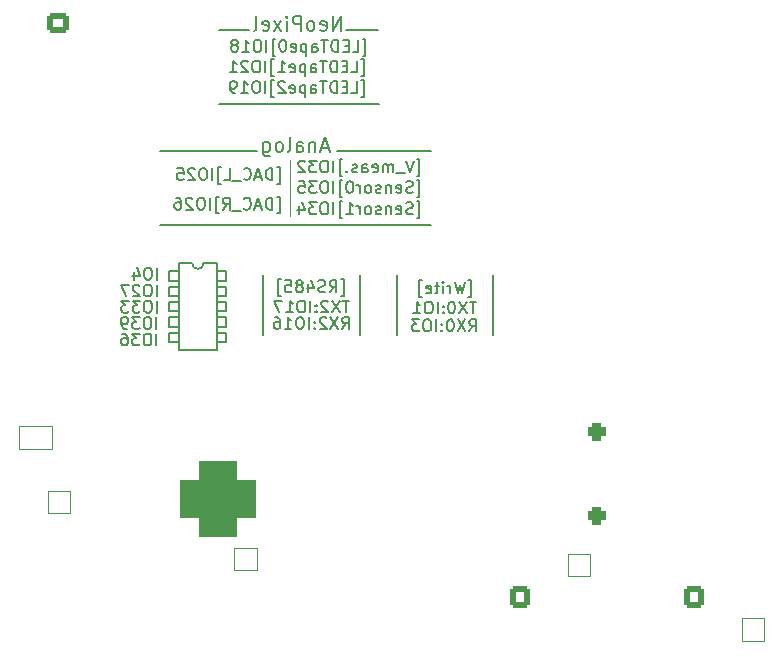
<source format=gbr>
%TF.GenerationSoftware,KiCad,Pcbnew,(6.0.11)*%
%TF.CreationDate,2024-02-29T08:20:34+09:00*%
%TF.ProjectId,Pole,506f6c65-2e6b-4696-9361-645f70636258,rev?*%
%TF.SameCoordinates,Original*%
%TF.FileFunction,Legend,Bot*%
%TF.FilePolarity,Positive*%
%FSLAX46Y46*%
G04 Gerber Fmt 4.6, Leading zero omitted, Abs format (unit mm)*
G04 Created by KiCad (PCBNEW (6.0.11)) date 2024-02-29 08:20:34*
%MOMM*%
%LPD*%
G01*
G04 APERTURE LIST*
G04 Aperture macros list*
%AMRoundRect*
0 Rectangle with rounded corners*
0 $1 Rounding radius*
0 $2 $3 $4 $5 $6 $7 $8 $9 X,Y pos of 4 corners*
0 Add a 4 corners polygon primitive as box body*
4,1,4,$2,$3,$4,$5,$6,$7,$8,$9,$2,$3,0*
0 Add four circle primitives for the rounded corners*
1,1,$1+$1,$2,$3*
1,1,$1+$1,$4,$5*
1,1,$1+$1,$6,$7*
1,1,$1+$1,$8,$9*
0 Add four rect primitives between the rounded corners*
20,1,$1+$1,$2,$3,$4,$5,0*
20,1,$1+$1,$4,$5,$6,$7,0*
20,1,$1+$1,$6,$7,$8,$9,0*
20,1,$1+$1,$8,$9,$2,$3,0*%
%AMFreePoly0*
4,1,6,1.000000,0.000000,0.500000,-0.750000,-0.500000,-0.750000,-0.500000,0.750000,0.500000,0.750000,1.000000,0.000000,1.000000,0.000000,$1*%
%AMFreePoly1*
4,1,6,0.500000,-0.750000,-0.650000,-0.750000,-0.150000,0.000000,-0.650000,0.750000,0.500000,0.750000,0.500000,-0.750000,0.500000,-0.750000,$1*%
G04 Aperture macros list end*
%ADD10C,0.150000*%
%ADD11C,0.080000*%
%ADD12C,0.130000*%
%ADD13C,0.120000*%
%ADD14C,1.700000*%
%ADD15RoundRect,0.425000X0.425000X0.425000X-0.425000X0.425000X-0.425000X-0.425000X0.425000X-0.425000X0*%
%ADD16RoundRect,0.250000X0.600000X0.675000X-0.600000X0.675000X-0.600000X-0.675000X0.600000X-0.675000X0*%
%ADD17O,1.700000X1.850000*%
%ADD18C,1.000000*%
%ADD19R,1.900000X1.900000*%
%ADD20C,1.900000*%
%ADD21C,0.650000*%
%ADD22O,2.100000X1.000000*%
%ADD23O,1.800000X1.000000*%
%ADD24C,2.000000*%
%ADD25RoundRect,0.381000X-0.381000X0.381000X-0.381000X-0.381000X0.381000X-0.381000X0.381000X0.381000X0*%
%ADD26C,1.524000*%
%ADD27RoundRect,0.250000X-0.675000X0.600000X-0.675000X-0.600000X0.675000X-0.600000X0.675000X0.600000X0*%
%ADD28O,1.850000X1.700000*%
%ADD29R,1.600000X1.600000*%
%ADD30C,1.600000*%
%ADD31C,1.400000*%
%ADD32R,3.500000X3.500000*%
%ADD33C,3.500000*%
%ADD34C,3.000000*%
%ADD35O,1.600000X1.600000*%
%ADD36O,3.500000X3.500000*%
%ADD37R,1.905000X2.000000*%
%ADD38O,1.905000X2.000000*%
%ADD39RoundRect,0.250000X-0.600000X-0.675000X0.600000X-0.675000X0.600000X0.675000X-0.600000X0.675000X0*%
%ADD40R,1.700000X1.700000*%
%ADD41O,1.700000X1.700000*%
%ADD42RoundRect,1.625000X1.625000X1.625000X-1.625000X1.625000X-1.625000X-1.625000X1.625000X-1.625000X0*%
%ADD43R,1.500000X1.500000*%
%ADD44FreePoly0,0.000000*%
%ADD45FreePoly1,0.000000*%
G04 APERTURE END LIST*
D10*
X168750000Y-101350000D02*
X168750000Y-96250000D01*
X142125000Y-102625000D02*
X142125000Y-95225000D01*
X146125000Y-101125000D02*
X145325000Y-101125000D01*
X145325000Y-101125000D02*
X145325000Y-101925000D01*
X145325000Y-101925000D02*
X146125000Y-101925000D01*
X146125000Y-101925000D02*
X146125000Y-101125000D01*
X157450000Y-101350000D02*
X157450000Y-96250000D01*
X145325000Y-102625000D02*
X145325000Y-95225000D01*
X148026787Y-75500000D02*
X145526787Y-75500000D01*
X142125000Y-95225000D02*
X143225000Y-95225000D01*
D11*
X151500000Y-91250000D02*
X151500000Y-86500000D01*
D10*
X146125000Y-99825000D02*
X145325000Y-99825000D01*
X145325000Y-99825000D02*
X145325000Y-100625000D01*
X145325000Y-100625000D02*
X146125000Y-100625000D01*
X146125000Y-100625000D02*
X146125000Y-99825000D01*
X145526787Y-81750000D02*
X159026787Y-81733269D01*
X163500000Y-85750000D02*
X155500000Y-85750000D01*
X142125000Y-99825000D02*
X141325000Y-99825000D01*
X141325000Y-99825000D02*
X141325000Y-100625000D01*
X141325000Y-100625000D02*
X142125000Y-100625000D01*
X142125000Y-100625000D02*
X142125000Y-99825000D01*
X146125000Y-97225000D02*
X145325000Y-97225000D01*
X145325000Y-97225000D02*
X145325000Y-98025000D01*
X145325000Y-98025000D02*
X146125000Y-98025000D01*
X146125000Y-98025000D02*
X146125000Y-97225000D01*
X143225000Y-95225000D02*
G75*
G03*
X144225000Y-95225000I500000J0D01*
G01*
X144225000Y-95225000D02*
X145325000Y-95225000D01*
X142125000Y-95925000D02*
X141325000Y-95925000D01*
X141325000Y-95925000D02*
X141325000Y-96725000D01*
X141325000Y-96725000D02*
X142125000Y-96725000D01*
X142125000Y-96725000D02*
X142125000Y-95925000D01*
X148750000Y-85750000D02*
X140500000Y-85750000D01*
X142125000Y-97225000D02*
X141325000Y-97225000D01*
X141325000Y-97225000D02*
X141325000Y-98025000D01*
X141325000Y-98025000D02*
X142125000Y-98025000D01*
X142125000Y-98025000D02*
X142125000Y-97225000D01*
X149250000Y-101350000D02*
X149250000Y-96250000D01*
X142125000Y-101125000D02*
X141325000Y-101125000D01*
X141325000Y-101125000D02*
X141325000Y-101925000D01*
X141325000Y-101925000D02*
X142125000Y-101925000D01*
X142125000Y-101925000D02*
X142125000Y-101125000D01*
X159000000Y-75500000D02*
X156276787Y-75500000D01*
X146125000Y-98525000D02*
X145325000Y-98525000D01*
X145325000Y-98525000D02*
X145325000Y-99325000D01*
X145325000Y-99325000D02*
X146125000Y-99325000D01*
X146125000Y-99325000D02*
X146125000Y-98525000D01*
X140500000Y-92000000D02*
X163500000Y-92000000D01*
X160550000Y-101350000D02*
X160550000Y-96250000D01*
X142125000Y-98525000D02*
X141325000Y-98525000D01*
X141325000Y-98525000D02*
X141325000Y-99325000D01*
X141325000Y-99325000D02*
X142125000Y-99325000D01*
X142125000Y-99325000D02*
X142125000Y-98525000D01*
X142125000Y-102625000D02*
X145325000Y-102625000D01*
X146125000Y-95925000D02*
X145325000Y-95925000D01*
X145325000Y-95925000D02*
X145325000Y-96725000D01*
X145325000Y-96725000D02*
X146125000Y-96725000D01*
X146125000Y-96725000D02*
X146125000Y-95925000D01*
D12*
X155945238Y-100802380D02*
X156278571Y-100326190D01*
X156516666Y-100802380D02*
X156516666Y-99802380D01*
X156135714Y-99802380D01*
X156040476Y-99850000D01*
X155992857Y-99897619D01*
X155945238Y-99992857D01*
X155945238Y-100135714D01*
X155992857Y-100230952D01*
X156040476Y-100278571D01*
X156135714Y-100326190D01*
X156516666Y-100326190D01*
X155611904Y-99802380D02*
X154945238Y-100802380D01*
X154945238Y-99802380D02*
X155611904Y-100802380D01*
X154611904Y-99897619D02*
X154564285Y-99850000D01*
X154469047Y-99802380D01*
X154230952Y-99802380D01*
X154135714Y-99850000D01*
X154088095Y-99897619D01*
X154040476Y-99992857D01*
X154040476Y-100088095D01*
X154088095Y-100230952D01*
X154659523Y-100802380D01*
X154040476Y-100802380D01*
X153611904Y-100707142D02*
X153564285Y-100754761D01*
X153611904Y-100802380D01*
X153659523Y-100754761D01*
X153611904Y-100707142D01*
X153611904Y-100802380D01*
X153611904Y-100183333D02*
X153564285Y-100230952D01*
X153611904Y-100278571D01*
X153659523Y-100230952D01*
X153611904Y-100183333D01*
X153611904Y-100278571D01*
X153135714Y-100802380D02*
X153135714Y-99802380D01*
X152469047Y-99802380D02*
X152278571Y-99802380D01*
X152183333Y-99850000D01*
X152088095Y-99945238D01*
X152040476Y-100135714D01*
X152040476Y-100469047D01*
X152088095Y-100659523D01*
X152183333Y-100754761D01*
X152278571Y-100802380D01*
X152469047Y-100802380D01*
X152564285Y-100754761D01*
X152659523Y-100659523D01*
X152707142Y-100469047D01*
X152707142Y-100135714D01*
X152659523Y-99945238D01*
X152564285Y-99850000D01*
X152469047Y-99802380D01*
X151088095Y-100802380D02*
X151659523Y-100802380D01*
X151373809Y-100802380D02*
X151373809Y-99802380D01*
X151469047Y-99945238D01*
X151564285Y-100040476D01*
X151659523Y-100088095D01*
X150230952Y-99802380D02*
X150421428Y-99802380D01*
X150516666Y-99850000D01*
X150564285Y-99897619D01*
X150659523Y-100040476D01*
X150707142Y-100230952D01*
X150707142Y-100611904D01*
X150659523Y-100707142D01*
X150611904Y-100754761D01*
X150516666Y-100802380D01*
X150326190Y-100802380D01*
X150230952Y-100754761D01*
X150183333Y-100707142D01*
X150135714Y-100611904D01*
X150135714Y-100373809D01*
X150183333Y-100278571D01*
X150230952Y-100230952D01*
X150326190Y-100183333D01*
X150516666Y-100183333D01*
X150611904Y-100230952D01*
X150659523Y-100278571D01*
X150707142Y-100373809D01*
X150416666Y-91035714D02*
X150654761Y-91035714D01*
X150654761Y-89607142D01*
X150416666Y-89607142D01*
X150035714Y-90702380D02*
X150035714Y-89702380D01*
X149797619Y-89702380D01*
X149654761Y-89750000D01*
X149559523Y-89845238D01*
X149511904Y-89940476D01*
X149464285Y-90130952D01*
X149464285Y-90273809D01*
X149511904Y-90464285D01*
X149559523Y-90559523D01*
X149654761Y-90654761D01*
X149797619Y-90702380D01*
X150035714Y-90702380D01*
X149083333Y-90416666D02*
X148607142Y-90416666D01*
X149178571Y-90702380D02*
X148845238Y-89702380D01*
X148511904Y-90702380D01*
X147607142Y-90607142D02*
X147654761Y-90654761D01*
X147797619Y-90702380D01*
X147892857Y-90702380D01*
X148035714Y-90654761D01*
X148130952Y-90559523D01*
X148178571Y-90464285D01*
X148226190Y-90273809D01*
X148226190Y-90130952D01*
X148178571Y-89940476D01*
X148130952Y-89845238D01*
X148035714Y-89750000D01*
X147892857Y-89702380D01*
X147797619Y-89702380D01*
X147654761Y-89750000D01*
X147607142Y-89797619D01*
X147416666Y-90797619D02*
X146654761Y-90797619D01*
X145845238Y-90702380D02*
X146178571Y-90226190D01*
X146416666Y-90702380D02*
X146416666Y-89702380D01*
X146035714Y-89702380D01*
X145940476Y-89750000D01*
X145892857Y-89797619D01*
X145845238Y-89892857D01*
X145845238Y-90035714D01*
X145892857Y-90130952D01*
X145940476Y-90178571D01*
X146035714Y-90226190D01*
X146416666Y-90226190D01*
X145511904Y-91035714D02*
X145273809Y-91035714D01*
X145273809Y-89607142D01*
X145511904Y-89607142D01*
X144750000Y-90702380D02*
X144750000Y-89702380D01*
X144083333Y-89702380D02*
X143892857Y-89702380D01*
X143797619Y-89750000D01*
X143702380Y-89845238D01*
X143654761Y-90035714D01*
X143654761Y-90369047D01*
X143702380Y-90559523D01*
X143797619Y-90654761D01*
X143892857Y-90702380D01*
X144083333Y-90702380D01*
X144178571Y-90654761D01*
X144273809Y-90559523D01*
X144321428Y-90369047D01*
X144321428Y-90035714D01*
X144273809Y-89845238D01*
X144178571Y-89750000D01*
X144083333Y-89702380D01*
X143273809Y-89797619D02*
X143226190Y-89750000D01*
X143130952Y-89702380D01*
X142892857Y-89702380D01*
X142797619Y-89750000D01*
X142750000Y-89797619D01*
X142702380Y-89892857D01*
X142702380Y-89988095D01*
X142750000Y-90130952D01*
X143321428Y-90702380D01*
X142702380Y-90702380D01*
X141845238Y-89702380D02*
X142035714Y-89702380D01*
X142130952Y-89750000D01*
X142178571Y-89797619D01*
X142273809Y-89940476D01*
X142321428Y-90130952D01*
X142321428Y-90511904D01*
X142273809Y-90607142D01*
X142226190Y-90654761D01*
X142130952Y-90702380D01*
X141940476Y-90702380D01*
X141845238Y-90654761D01*
X141797619Y-90607142D01*
X141750000Y-90511904D01*
X141750000Y-90273809D01*
X141797619Y-90178571D01*
X141845238Y-90130952D01*
X141940476Y-90083333D01*
X142130952Y-90083333D01*
X142226190Y-90130952D01*
X142273809Y-90178571D01*
X142321428Y-90273809D01*
X157681548Y-77668983D02*
X157919644Y-77668983D01*
X157919644Y-76240411D01*
X157681548Y-76240411D01*
X156824406Y-77335649D02*
X157300596Y-77335649D01*
X157300596Y-76335649D01*
X156491072Y-76811840D02*
X156157739Y-76811840D01*
X156014882Y-77335649D02*
X156491072Y-77335649D01*
X156491072Y-76335649D01*
X156014882Y-76335649D01*
X155586310Y-77335649D02*
X155586310Y-76335649D01*
X155348215Y-76335649D01*
X155205358Y-76383269D01*
X155110120Y-76478507D01*
X155062501Y-76573745D01*
X155014882Y-76764221D01*
X155014882Y-76907078D01*
X155062501Y-77097554D01*
X155110120Y-77192792D01*
X155205358Y-77288030D01*
X155348215Y-77335649D01*
X155586310Y-77335649D01*
X154729167Y-76335649D02*
X154157739Y-76335649D01*
X154443453Y-77335649D02*
X154443453Y-76335649D01*
X153395834Y-77335649D02*
X153395834Y-76811840D01*
X153443453Y-76716602D01*
X153538691Y-76668983D01*
X153729167Y-76668983D01*
X153824406Y-76716602D01*
X153395834Y-77288030D02*
X153491072Y-77335649D01*
X153729167Y-77335649D01*
X153824406Y-77288030D01*
X153872025Y-77192792D01*
X153872025Y-77097554D01*
X153824406Y-77002316D01*
X153729167Y-76954697D01*
X153491072Y-76954697D01*
X153395834Y-76907078D01*
X152919644Y-76668983D02*
X152919644Y-77668983D01*
X152919644Y-76716602D02*
X152824406Y-76668983D01*
X152633929Y-76668983D01*
X152538691Y-76716602D01*
X152491072Y-76764221D01*
X152443453Y-76859459D01*
X152443453Y-77145173D01*
X152491072Y-77240411D01*
X152538691Y-77288030D01*
X152633929Y-77335649D01*
X152824406Y-77335649D01*
X152919644Y-77288030D01*
X151633929Y-77288030D02*
X151729167Y-77335649D01*
X151919644Y-77335649D01*
X152014882Y-77288030D01*
X152062501Y-77192792D01*
X152062501Y-76811840D01*
X152014882Y-76716602D01*
X151919644Y-76668983D01*
X151729167Y-76668983D01*
X151633929Y-76716602D01*
X151586310Y-76811840D01*
X151586310Y-76907078D01*
X152062501Y-77002316D01*
X150967263Y-76335649D02*
X150872025Y-76335649D01*
X150776787Y-76383269D01*
X150729167Y-76430888D01*
X150681548Y-76526126D01*
X150633929Y-76716602D01*
X150633929Y-76954697D01*
X150681548Y-77145173D01*
X150729167Y-77240411D01*
X150776787Y-77288030D01*
X150872025Y-77335649D01*
X150967263Y-77335649D01*
X151062501Y-77288030D01*
X151110120Y-77240411D01*
X151157739Y-77145173D01*
X151205358Y-76954697D01*
X151205358Y-76716602D01*
X151157739Y-76526126D01*
X151110120Y-76430888D01*
X151062501Y-76383269D01*
X150967263Y-76335649D01*
X150300596Y-77668983D02*
X150062501Y-77668983D01*
X150062501Y-76240411D01*
X150300596Y-76240411D01*
X149538691Y-77335649D02*
X149538691Y-76335649D01*
X148872025Y-76335649D02*
X148681548Y-76335649D01*
X148586310Y-76383269D01*
X148491072Y-76478507D01*
X148443453Y-76668983D01*
X148443453Y-77002316D01*
X148491072Y-77192792D01*
X148586310Y-77288030D01*
X148681548Y-77335649D01*
X148872025Y-77335649D01*
X148967263Y-77288030D01*
X149062501Y-77192792D01*
X149110120Y-77002316D01*
X149110120Y-76668983D01*
X149062501Y-76478507D01*
X148967263Y-76383269D01*
X148872025Y-76335649D01*
X147491072Y-77335649D02*
X148062501Y-77335649D01*
X147776787Y-77335649D02*
X147776787Y-76335649D01*
X147872025Y-76478507D01*
X147967263Y-76573745D01*
X148062501Y-76621364D01*
X146919644Y-76764221D02*
X147014882Y-76716602D01*
X147062501Y-76668983D01*
X147110120Y-76573745D01*
X147110120Y-76526126D01*
X147062501Y-76430888D01*
X147014882Y-76383269D01*
X146919644Y-76335649D01*
X146729167Y-76335649D01*
X146633929Y-76383269D01*
X146586310Y-76430888D01*
X146538691Y-76526126D01*
X146538691Y-76573745D01*
X146586310Y-76668983D01*
X146633929Y-76716602D01*
X146729167Y-76764221D01*
X146919644Y-76764221D01*
X147014882Y-76811840D01*
X147062501Y-76859459D01*
X147110120Y-76954697D01*
X147110120Y-77145173D01*
X147062501Y-77240411D01*
X147014882Y-77288030D01*
X146919644Y-77335649D01*
X146729167Y-77335649D01*
X146633929Y-77288030D01*
X146586310Y-77240411D01*
X146538691Y-77145173D01*
X146538691Y-76954697D01*
X146586310Y-76859459D01*
X146633929Y-76811840D01*
X146729167Y-76764221D01*
X140226190Y-102202380D02*
X140226190Y-101202380D01*
X139559523Y-101202380D02*
X139369047Y-101202380D01*
X139273809Y-101250000D01*
X139178571Y-101345238D01*
X139130952Y-101535714D01*
X139130952Y-101869047D01*
X139178571Y-102059523D01*
X139273809Y-102154761D01*
X139369047Y-102202380D01*
X139559523Y-102202380D01*
X139654761Y-102154761D01*
X139750000Y-102059523D01*
X139797619Y-101869047D01*
X139797619Y-101535714D01*
X139750000Y-101345238D01*
X139654761Y-101250000D01*
X139559523Y-101202380D01*
X138797619Y-101202380D02*
X138178571Y-101202380D01*
X138511904Y-101583333D01*
X138369047Y-101583333D01*
X138273809Y-101630952D01*
X138226190Y-101678571D01*
X138178571Y-101773809D01*
X138178571Y-102011904D01*
X138226190Y-102107142D01*
X138273809Y-102154761D01*
X138369047Y-102202380D01*
X138654761Y-102202380D01*
X138750000Y-102154761D01*
X138797619Y-102107142D01*
X137321428Y-101202380D02*
X137511904Y-101202380D01*
X137607142Y-101250000D01*
X137654761Y-101297619D01*
X137750000Y-101440476D01*
X137797619Y-101630952D01*
X137797619Y-102011904D01*
X137750000Y-102107142D01*
X137702380Y-102154761D01*
X137607142Y-102202380D01*
X137416666Y-102202380D01*
X137321428Y-102154761D01*
X137273809Y-102107142D01*
X137226190Y-102011904D01*
X137226190Y-101773809D01*
X137273809Y-101678571D01*
X137321428Y-101630952D01*
X137416666Y-101583333D01*
X137607142Y-101583333D01*
X137702380Y-101630952D01*
X137750000Y-101678571D01*
X137797619Y-101773809D01*
X140251190Y-99427380D02*
X140251190Y-98427380D01*
X139584523Y-98427380D02*
X139394047Y-98427380D01*
X139298809Y-98475000D01*
X139203571Y-98570238D01*
X139155952Y-98760714D01*
X139155952Y-99094047D01*
X139203571Y-99284523D01*
X139298809Y-99379761D01*
X139394047Y-99427380D01*
X139584523Y-99427380D01*
X139679761Y-99379761D01*
X139775000Y-99284523D01*
X139822619Y-99094047D01*
X139822619Y-98760714D01*
X139775000Y-98570238D01*
X139679761Y-98475000D01*
X139584523Y-98427380D01*
X138822619Y-98427380D02*
X138203571Y-98427380D01*
X138536904Y-98808333D01*
X138394047Y-98808333D01*
X138298809Y-98855952D01*
X138251190Y-98903571D01*
X138203571Y-98998809D01*
X138203571Y-99236904D01*
X138251190Y-99332142D01*
X138298809Y-99379761D01*
X138394047Y-99427380D01*
X138679761Y-99427380D01*
X138775000Y-99379761D01*
X138822619Y-99332142D01*
X137870238Y-98427380D02*
X137251190Y-98427380D01*
X137584523Y-98808333D01*
X137441666Y-98808333D01*
X137346428Y-98855952D01*
X137298809Y-98903571D01*
X137251190Y-98998809D01*
X137251190Y-99236904D01*
X137298809Y-99332142D01*
X137346428Y-99379761D01*
X137441666Y-99427380D01*
X137727380Y-99427380D01*
X137822619Y-99379761D01*
X137870238Y-99332142D01*
X140226190Y-100802380D02*
X140226190Y-99802380D01*
X139559523Y-99802380D02*
X139369047Y-99802380D01*
X139273809Y-99850000D01*
X139178571Y-99945238D01*
X139130952Y-100135714D01*
X139130952Y-100469047D01*
X139178571Y-100659523D01*
X139273809Y-100754761D01*
X139369047Y-100802380D01*
X139559523Y-100802380D01*
X139654761Y-100754761D01*
X139750000Y-100659523D01*
X139797619Y-100469047D01*
X139797619Y-100135714D01*
X139750000Y-99945238D01*
X139654761Y-99850000D01*
X139559523Y-99802380D01*
X138797619Y-99802380D02*
X138178571Y-99802380D01*
X138511904Y-100183333D01*
X138369047Y-100183333D01*
X138273809Y-100230952D01*
X138226190Y-100278571D01*
X138178571Y-100373809D01*
X138178571Y-100611904D01*
X138226190Y-100707142D01*
X138273809Y-100754761D01*
X138369047Y-100802380D01*
X138654761Y-100802380D01*
X138750000Y-100754761D01*
X138797619Y-100707142D01*
X137702380Y-100802380D02*
X137511904Y-100802380D01*
X137416666Y-100754761D01*
X137369047Y-100707142D01*
X137273809Y-100564285D01*
X137226190Y-100373809D01*
X137226190Y-99992857D01*
X137273809Y-99897619D01*
X137321428Y-99850000D01*
X137416666Y-99802380D01*
X137607142Y-99802380D01*
X137702380Y-99850000D01*
X137750000Y-99897619D01*
X137797619Y-99992857D01*
X137797619Y-100230952D01*
X137750000Y-100326190D01*
X137702380Y-100373809D01*
X137607142Y-100421428D01*
X137416666Y-100421428D01*
X137321428Y-100373809D01*
X137273809Y-100326190D01*
X137226190Y-100230952D01*
X162257142Y-89635714D02*
X162495238Y-89635714D01*
X162495238Y-88207142D01*
X162257142Y-88207142D01*
X161923809Y-89254761D02*
X161780952Y-89302380D01*
X161542857Y-89302380D01*
X161447619Y-89254761D01*
X161400000Y-89207142D01*
X161352380Y-89111904D01*
X161352380Y-89016666D01*
X161400000Y-88921428D01*
X161447619Y-88873809D01*
X161542857Y-88826190D01*
X161733333Y-88778571D01*
X161828571Y-88730952D01*
X161876190Y-88683333D01*
X161923809Y-88588095D01*
X161923809Y-88492857D01*
X161876190Y-88397619D01*
X161828571Y-88350000D01*
X161733333Y-88302380D01*
X161495238Y-88302380D01*
X161352380Y-88350000D01*
X160542857Y-89254761D02*
X160638095Y-89302380D01*
X160828571Y-89302380D01*
X160923809Y-89254761D01*
X160971428Y-89159523D01*
X160971428Y-88778571D01*
X160923809Y-88683333D01*
X160828571Y-88635714D01*
X160638095Y-88635714D01*
X160542857Y-88683333D01*
X160495238Y-88778571D01*
X160495238Y-88873809D01*
X160971428Y-88969047D01*
X160066666Y-88635714D02*
X160066666Y-89302380D01*
X160066666Y-88730952D02*
X160019047Y-88683333D01*
X159923809Y-88635714D01*
X159780952Y-88635714D01*
X159685714Y-88683333D01*
X159638095Y-88778571D01*
X159638095Y-89302380D01*
X159209523Y-89254761D02*
X159114285Y-89302380D01*
X158923809Y-89302380D01*
X158828571Y-89254761D01*
X158780952Y-89159523D01*
X158780952Y-89111904D01*
X158828571Y-89016666D01*
X158923809Y-88969047D01*
X159066666Y-88969047D01*
X159161904Y-88921428D01*
X159209523Y-88826190D01*
X159209523Y-88778571D01*
X159161904Y-88683333D01*
X159066666Y-88635714D01*
X158923809Y-88635714D01*
X158828571Y-88683333D01*
X158209523Y-89302380D02*
X158304761Y-89254761D01*
X158352380Y-89207142D01*
X158400000Y-89111904D01*
X158400000Y-88826190D01*
X158352380Y-88730952D01*
X158304761Y-88683333D01*
X158209523Y-88635714D01*
X158066666Y-88635714D01*
X157971428Y-88683333D01*
X157923809Y-88730952D01*
X157876190Y-88826190D01*
X157876190Y-89111904D01*
X157923809Y-89207142D01*
X157971428Y-89254761D01*
X158066666Y-89302380D01*
X158209523Y-89302380D01*
X157447619Y-89302380D02*
X157447619Y-88635714D01*
X157447619Y-88826190D02*
X157400000Y-88730952D01*
X157352380Y-88683333D01*
X157257142Y-88635714D01*
X157161904Y-88635714D01*
X156638095Y-88302380D02*
X156542857Y-88302380D01*
X156447619Y-88350000D01*
X156400000Y-88397619D01*
X156352380Y-88492857D01*
X156304761Y-88683333D01*
X156304761Y-88921428D01*
X156352380Y-89111904D01*
X156400000Y-89207142D01*
X156447619Y-89254761D01*
X156542857Y-89302380D01*
X156638095Y-89302380D01*
X156733333Y-89254761D01*
X156780952Y-89207142D01*
X156828571Y-89111904D01*
X156876190Y-88921428D01*
X156876190Y-88683333D01*
X156828571Y-88492857D01*
X156780952Y-88397619D01*
X156733333Y-88350000D01*
X156638095Y-88302380D01*
X155971428Y-89635714D02*
X155733333Y-89635714D01*
X155733333Y-88207142D01*
X155971428Y-88207142D01*
X155209523Y-89302380D02*
X155209523Y-88302380D01*
X154542857Y-88302380D02*
X154352380Y-88302380D01*
X154257142Y-88350000D01*
X154161904Y-88445238D01*
X154114285Y-88635714D01*
X154114285Y-88969047D01*
X154161904Y-89159523D01*
X154257142Y-89254761D01*
X154352380Y-89302380D01*
X154542857Y-89302380D01*
X154638095Y-89254761D01*
X154733333Y-89159523D01*
X154780952Y-88969047D01*
X154780952Y-88635714D01*
X154733333Y-88445238D01*
X154638095Y-88350000D01*
X154542857Y-88302380D01*
X153780952Y-88302380D02*
X153161904Y-88302380D01*
X153495238Y-88683333D01*
X153352380Y-88683333D01*
X153257142Y-88730952D01*
X153209523Y-88778571D01*
X153161904Y-88873809D01*
X153161904Y-89111904D01*
X153209523Y-89207142D01*
X153257142Y-89254761D01*
X153352380Y-89302380D01*
X153638095Y-89302380D01*
X153733333Y-89254761D01*
X153780952Y-89207142D01*
X152257142Y-88302380D02*
X152733333Y-88302380D01*
X152780952Y-88778571D01*
X152733333Y-88730952D01*
X152638095Y-88683333D01*
X152400000Y-88683333D01*
X152304761Y-88730952D01*
X152257142Y-88778571D01*
X152209523Y-88873809D01*
X152209523Y-89111904D01*
X152257142Y-89207142D01*
X152304761Y-89254761D01*
X152400000Y-89302380D01*
X152638095Y-89302380D01*
X152733333Y-89254761D01*
X152780952Y-89207142D01*
X140275000Y-96627380D02*
X140275000Y-95627380D01*
X139608333Y-95627380D02*
X139417857Y-95627380D01*
X139322619Y-95675000D01*
X139227380Y-95770238D01*
X139179761Y-95960714D01*
X139179761Y-96294047D01*
X139227380Y-96484523D01*
X139322619Y-96579761D01*
X139417857Y-96627380D01*
X139608333Y-96627380D01*
X139703571Y-96579761D01*
X139798809Y-96484523D01*
X139846428Y-96294047D01*
X139846428Y-95960714D01*
X139798809Y-95770238D01*
X139703571Y-95675000D01*
X139608333Y-95627380D01*
X138322619Y-95960714D02*
X138322619Y-96627380D01*
X138560714Y-95579761D02*
X138798809Y-96294047D01*
X138179761Y-96294047D01*
X162257142Y-87885714D02*
X162495238Y-87885714D01*
X162495238Y-86457142D01*
X162257142Y-86457142D01*
X162019047Y-86552380D02*
X161685714Y-87552380D01*
X161352380Y-86552380D01*
X161257142Y-87647619D02*
X160495238Y-87647619D01*
X160257142Y-87552380D02*
X160257142Y-86885714D01*
X160257142Y-86980952D02*
X160209523Y-86933333D01*
X160114285Y-86885714D01*
X159971428Y-86885714D01*
X159876190Y-86933333D01*
X159828571Y-87028571D01*
X159828571Y-87552380D01*
X159828571Y-87028571D02*
X159780952Y-86933333D01*
X159685714Y-86885714D01*
X159542857Y-86885714D01*
X159447619Y-86933333D01*
X159400000Y-87028571D01*
X159400000Y-87552380D01*
X158542857Y-87504761D02*
X158638095Y-87552380D01*
X158828571Y-87552380D01*
X158923809Y-87504761D01*
X158971428Y-87409523D01*
X158971428Y-87028571D01*
X158923809Y-86933333D01*
X158828571Y-86885714D01*
X158638095Y-86885714D01*
X158542857Y-86933333D01*
X158495238Y-87028571D01*
X158495238Y-87123809D01*
X158971428Y-87219047D01*
X157638095Y-87552380D02*
X157638095Y-87028571D01*
X157685714Y-86933333D01*
X157780952Y-86885714D01*
X157971428Y-86885714D01*
X158066666Y-86933333D01*
X157638095Y-87504761D02*
X157733333Y-87552380D01*
X157971428Y-87552380D01*
X158066666Y-87504761D01*
X158114285Y-87409523D01*
X158114285Y-87314285D01*
X158066666Y-87219047D01*
X157971428Y-87171428D01*
X157733333Y-87171428D01*
X157638095Y-87123809D01*
X157209523Y-87504761D02*
X157114285Y-87552380D01*
X156923809Y-87552380D01*
X156828571Y-87504761D01*
X156780952Y-87409523D01*
X156780952Y-87361904D01*
X156828571Y-87266666D01*
X156923809Y-87219047D01*
X157066666Y-87219047D01*
X157161904Y-87171428D01*
X157209523Y-87076190D01*
X157209523Y-87028571D01*
X157161904Y-86933333D01*
X157066666Y-86885714D01*
X156923809Y-86885714D01*
X156828571Y-86933333D01*
X156352380Y-87457142D02*
X156304761Y-87504761D01*
X156352380Y-87552380D01*
X156400000Y-87504761D01*
X156352380Y-87457142D01*
X156352380Y-87552380D01*
X155971428Y-87885714D02*
X155733333Y-87885714D01*
X155733333Y-86457142D01*
X155971428Y-86457142D01*
X155209523Y-87552380D02*
X155209523Y-86552380D01*
X154542857Y-86552380D02*
X154352380Y-86552380D01*
X154257142Y-86600000D01*
X154161904Y-86695238D01*
X154114285Y-86885714D01*
X154114285Y-87219047D01*
X154161904Y-87409523D01*
X154257142Y-87504761D01*
X154352380Y-87552380D01*
X154542857Y-87552380D01*
X154638095Y-87504761D01*
X154733333Y-87409523D01*
X154780952Y-87219047D01*
X154780952Y-86885714D01*
X154733333Y-86695238D01*
X154638095Y-86600000D01*
X154542857Y-86552380D01*
X153780952Y-86552380D02*
X153161904Y-86552380D01*
X153495238Y-86933333D01*
X153352380Y-86933333D01*
X153257142Y-86980952D01*
X153209523Y-87028571D01*
X153161904Y-87123809D01*
X153161904Y-87361904D01*
X153209523Y-87457142D01*
X153257142Y-87504761D01*
X153352380Y-87552380D01*
X153638095Y-87552380D01*
X153733333Y-87504761D01*
X153780952Y-87457142D01*
X152780952Y-86647619D02*
X152733333Y-86600000D01*
X152638095Y-86552380D01*
X152400000Y-86552380D01*
X152304761Y-86600000D01*
X152257142Y-86647619D01*
X152209523Y-86742857D01*
X152209523Y-86838095D01*
X152257142Y-86980952D01*
X152828571Y-87552380D01*
X152209523Y-87552380D01*
X140251190Y-98052380D02*
X140251190Y-97052380D01*
X139584523Y-97052380D02*
X139394047Y-97052380D01*
X139298809Y-97100000D01*
X139203571Y-97195238D01*
X139155952Y-97385714D01*
X139155952Y-97719047D01*
X139203571Y-97909523D01*
X139298809Y-98004761D01*
X139394047Y-98052380D01*
X139584523Y-98052380D01*
X139679761Y-98004761D01*
X139775000Y-97909523D01*
X139822619Y-97719047D01*
X139822619Y-97385714D01*
X139775000Y-97195238D01*
X139679761Y-97100000D01*
X139584523Y-97052380D01*
X138775000Y-97147619D02*
X138727380Y-97100000D01*
X138632142Y-97052380D01*
X138394047Y-97052380D01*
X138298809Y-97100000D01*
X138251190Y-97147619D01*
X138203571Y-97242857D01*
X138203571Y-97338095D01*
X138251190Y-97480952D01*
X138822619Y-98052380D01*
X138203571Y-98052380D01*
X137870238Y-97052380D02*
X137203571Y-97052380D01*
X137632142Y-98052380D01*
X166626190Y-98135714D02*
X166864285Y-98135714D01*
X166864285Y-96707142D01*
X166626190Y-96707142D01*
X166340476Y-96802380D02*
X166102380Y-97802380D01*
X165911904Y-97088095D01*
X165721428Y-97802380D01*
X165483333Y-96802380D01*
X165102380Y-97802380D02*
X165102380Y-97135714D01*
X165102380Y-97326190D02*
X165054761Y-97230952D01*
X165007142Y-97183333D01*
X164911904Y-97135714D01*
X164816666Y-97135714D01*
X164483333Y-97802380D02*
X164483333Y-97135714D01*
X164483333Y-96802380D02*
X164530952Y-96850000D01*
X164483333Y-96897619D01*
X164435714Y-96850000D01*
X164483333Y-96802380D01*
X164483333Y-96897619D01*
X164150000Y-97135714D02*
X163769047Y-97135714D01*
X164007142Y-96802380D02*
X164007142Y-97659523D01*
X163959523Y-97754761D01*
X163864285Y-97802380D01*
X163769047Y-97802380D01*
X163054761Y-97754761D02*
X163150000Y-97802380D01*
X163340476Y-97802380D01*
X163435714Y-97754761D01*
X163483333Y-97659523D01*
X163483333Y-97278571D01*
X163435714Y-97183333D01*
X163340476Y-97135714D01*
X163150000Y-97135714D01*
X163054761Y-97183333D01*
X163007142Y-97278571D01*
X163007142Y-97373809D01*
X163483333Y-97469047D01*
X162673809Y-98135714D02*
X162435714Y-98135714D01*
X162435714Y-96707142D01*
X162673809Y-96707142D01*
X150421428Y-88535714D02*
X150659523Y-88535714D01*
X150659523Y-87107142D01*
X150421428Y-87107142D01*
X150040476Y-88202380D02*
X150040476Y-87202380D01*
X149802380Y-87202380D01*
X149659523Y-87250000D01*
X149564285Y-87345238D01*
X149516666Y-87440476D01*
X149469047Y-87630952D01*
X149469047Y-87773809D01*
X149516666Y-87964285D01*
X149564285Y-88059523D01*
X149659523Y-88154761D01*
X149802380Y-88202380D01*
X150040476Y-88202380D01*
X149088095Y-87916666D02*
X148611904Y-87916666D01*
X149183333Y-88202380D02*
X148850000Y-87202380D01*
X148516666Y-88202380D01*
X147611904Y-88107142D02*
X147659523Y-88154761D01*
X147802380Y-88202380D01*
X147897619Y-88202380D01*
X148040476Y-88154761D01*
X148135714Y-88059523D01*
X148183333Y-87964285D01*
X148230952Y-87773809D01*
X148230952Y-87630952D01*
X148183333Y-87440476D01*
X148135714Y-87345238D01*
X148040476Y-87250000D01*
X147897619Y-87202380D01*
X147802380Y-87202380D01*
X147659523Y-87250000D01*
X147611904Y-87297619D01*
X147421428Y-88297619D02*
X146659523Y-88297619D01*
X145945238Y-88202380D02*
X146421428Y-88202380D01*
X146421428Y-87202380D01*
X145707142Y-88535714D02*
X145469047Y-88535714D01*
X145469047Y-87107142D01*
X145707142Y-87107142D01*
X144945238Y-88202380D02*
X144945238Y-87202380D01*
X144278571Y-87202380D02*
X144088095Y-87202380D01*
X143992857Y-87250000D01*
X143897619Y-87345238D01*
X143850000Y-87535714D01*
X143850000Y-87869047D01*
X143897619Y-88059523D01*
X143992857Y-88154761D01*
X144088095Y-88202380D01*
X144278571Y-88202380D01*
X144373809Y-88154761D01*
X144469047Y-88059523D01*
X144516666Y-87869047D01*
X144516666Y-87535714D01*
X144469047Y-87345238D01*
X144373809Y-87250000D01*
X144278571Y-87202380D01*
X143469047Y-87297619D02*
X143421428Y-87250000D01*
X143326190Y-87202380D01*
X143088095Y-87202380D01*
X142992857Y-87250000D01*
X142945238Y-87297619D01*
X142897619Y-87392857D01*
X142897619Y-87488095D01*
X142945238Y-87630952D01*
X143516666Y-88202380D01*
X142897619Y-88202380D01*
X141992857Y-87202380D02*
X142469047Y-87202380D01*
X142516666Y-87678571D01*
X142469047Y-87630952D01*
X142373809Y-87583333D01*
X142135714Y-87583333D01*
X142040476Y-87630952D01*
X141992857Y-87678571D01*
X141945238Y-87773809D01*
X141945238Y-88011904D01*
X141992857Y-88107142D01*
X142040476Y-88154761D01*
X142135714Y-88202380D01*
X142373809Y-88202380D01*
X142469047Y-88154761D01*
X142516666Y-88107142D01*
X166719047Y-101002380D02*
X167052380Y-100526190D01*
X167290476Y-101002380D02*
X167290476Y-100002380D01*
X166909523Y-100002380D01*
X166814285Y-100050000D01*
X166766666Y-100097619D01*
X166719047Y-100192857D01*
X166719047Y-100335714D01*
X166766666Y-100430952D01*
X166814285Y-100478571D01*
X166909523Y-100526190D01*
X167290476Y-100526190D01*
X166385714Y-100002380D02*
X165719047Y-101002380D01*
X165719047Y-100002380D02*
X166385714Y-101002380D01*
X165147619Y-100002380D02*
X165052380Y-100002380D01*
X164957142Y-100050000D01*
X164909523Y-100097619D01*
X164861904Y-100192857D01*
X164814285Y-100383333D01*
X164814285Y-100621428D01*
X164861904Y-100811904D01*
X164909523Y-100907142D01*
X164957142Y-100954761D01*
X165052380Y-101002380D01*
X165147619Y-101002380D01*
X165242857Y-100954761D01*
X165290476Y-100907142D01*
X165338095Y-100811904D01*
X165385714Y-100621428D01*
X165385714Y-100383333D01*
X165338095Y-100192857D01*
X165290476Y-100097619D01*
X165242857Y-100050000D01*
X165147619Y-100002380D01*
X164385714Y-100907142D02*
X164338095Y-100954761D01*
X164385714Y-101002380D01*
X164433333Y-100954761D01*
X164385714Y-100907142D01*
X164385714Y-101002380D01*
X164385714Y-100383333D02*
X164338095Y-100430952D01*
X164385714Y-100478571D01*
X164433333Y-100430952D01*
X164385714Y-100383333D01*
X164385714Y-100478571D01*
X163909523Y-101002380D02*
X163909523Y-100002380D01*
X163242857Y-100002380D02*
X163052380Y-100002380D01*
X162957142Y-100050000D01*
X162861904Y-100145238D01*
X162814285Y-100335714D01*
X162814285Y-100669047D01*
X162861904Y-100859523D01*
X162957142Y-100954761D01*
X163052380Y-101002380D01*
X163242857Y-101002380D01*
X163338095Y-100954761D01*
X163433333Y-100859523D01*
X163480952Y-100669047D01*
X163480952Y-100335714D01*
X163433333Y-100145238D01*
X163338095Y-100050000D01*
X163242857Y-100002380D01*
X162480952Y-100002380D02*
X161861904Y-100002380D01*
X162195238Y-100383333D01*
X162052380Y-100383333D01*
X161957142Y-100430952D01*
X161909523Y-100478571D01*
X161861904Y-100573809D01*
X161861904Y-100811904D01*
X161909523Y-100907142D01*
X161957142Y-100954761D01*
X162052380Y-101002380D01*
X162338095Y-101002380D01*
X162433333Y-100954761D01*
X162480952Y-100907142D01*
D10*
X155823214Y-75542857D02*
X155823214Y-74342857D01*
X155137499Y-75542857D01*
X155137499Y-74342857D01*
X154108928Y-75485714D02*
X154223214Y-75542857D01*
X154451785Y-75542857D01*
X154566071Y-75485714D01*
X154623214Y-75371428D01*
X154623214Y-74914285D01*
X154566071Y-74800000D01*
X154451785Y-74742857D01*
X154223214Y-74742857D01*
X154108928Y-74800000D01*
X154051785Y-74914285D01*
X154051785Y-75028571D01*
X154623214Y-75142857D01*
X153366071Y-75542857D02*
X153480356Y-75485714D01*
X153537499Y-75428571D01*
X153594642Y-75314285D01*
X153594642Y-74971428D01*
X153537499Y-74857142D01*
X153480356Y-74800000D01*
X153366071Y-74742857D01*
X153194642Y-74742857D01*
X153080356Y-74800000D01*
X153023214Y-74857142D01*
X152966071Y-74971428D01*
X152966071Y-75314285D01*
X153023214Y-75428571D01*
X153080356Y-75485714D01*
X153194642Y-75542857D01*
X153366071Y-75542857D01*
X152451785Y-75542857D02*
X152451785Y-74342857D01*
X151994642Y-74342857D01*
X151880356Y-74400000D01*
X151823214Y-74457142D01*
X151766071Y-74571428D01*
X151766071Y-74742857D01*
X151823214Y-74857142D01*
X151880356Y-74914285D01*
X151994642Y-74971428D01*
X152451785Y-74971428D01*
X151251785Y-75542857D02*
X151251785Y-74742857D01*
X151251785Y-74342857D02*
X151308928Y-74400000D01*
X151251785Y-74457142D01*
X151194642Y-74400000D01*
X151251785Y-74342857D01*
X151251785Y-74457142D01*
X150794642Y-75542857D02*
X150166071Y-74742857D01*
X150794642Y-74742857D02*
X150166071Y-75542857D01*
X149251785Y-75485714D02*
X149366071Y-75542857D01*
X149594642Y-75542857D01*
X149708928Y-75485714D01*
X149766071Y-75371428D01*
X149766071Y-74914285D01*
X149708928Y-74800000D01*
X149594642Y-74742857D01*
X149366071Y-74742857D01*
X149251785Y-74800000D01*
X149194642Y-74914285D01*
X149194642Y-75028571D01*
X149766071Y-75142857D01*
X148508928Y-75542857D02*
X148623214Y-75485714D01*
X148680356Y-75371428D01*
X148680356Y-74342857D01*
D12*
X162257142Y-91435714D02*
X162495238Y-91435714D01*
X162495238Y-90007142D01*
X162257142Y-90007142D01*
X161923809Y-91054761D02*
X161780952Y-91102380D01*
X161542857Y-91102380D01*
X161447619Y-91054761D01*
X161400000Y-91007142D01*
X161352380Y-90911904D01*
X161352380Y-90816666D01*
X161400000Y-90721428D01*
X161447619Y-90673809D01*
X161542857Y-90626190D01*
X161733333Y-90578571D01*
X161828571Y-90530952D01*
X161876190Y-90483333D01*
X161923809Y-90388095D01*
X161923809Y-90292857D01*
X161876190Y-90197619D01*
X161828571Y-90150000D01*
X161733333Y-90102380D01*
X161495238Y-90102380D01*
X161352380Y-90150000D01*
X160542857Y-91054761D02*
X160638095Y-91102380D01*
X160828571Y-91102380D01*
X160923809Y-91054761D01*
X160971428Y-90959523D01*
X160971428Y-90578571D01*
X160923809Y-90483333D01*
X160828571Y-90435714D01*
X160638095Y-90435714D01*
X160542857Y-90483333D01*
X160495238Y-90578571D01*
X160495238Y-90673809D01*
X160971428Y-90769047D01*
X160066666Y-90435714D02*
X160066666Y-91102380D01*
X160066666Y-90530952D02*
X160019047Y-90483333D01*
X159923809Y-90435714D01*
X159780952Y-90435714D01*
X159685714Y-90483333D01*
X159638095Y-90578571D01*
X159638095Y-91102380D01*
X159209523Y-91054761D02*
X159114285Y-91102380D01*
X158923809Y-91102380D01*
X158828571Y-91054761D01*
X158780952Y-90959523D01*
X158780952Y-90911904D01*
X158828571Y-90816666D01*
X158923809Y-90769047D01*
X159066666Y-90769047D01*
X159161904Y-90721428D01*
X159209523Y-90626190D01*
X159209523Y-90578571D01*
X159161904Y-90483333D01*
X159066666Y-90435714D01*
X158923809Y-90435714D01*
X158828571Y-90483333D01*
X158209523Y-91102380D02*
X158304761Y-91054761D01*
X158352380Y-91007142D01*
X158400000Y-90911904D01*
X158400000Y-90626190D01*
X158352380Y-90530952D01*
X158304761Y-90483333D01*
X158209523Y-90435714D01*
X158066666Y-90435714D01*
X157971428Y-90483333D01*
X157923809Y-90530952D01*
X157876190Y-90626190D01*
X157876190Y-90911904D01*
X157923809Y-91007142D01*
X157971428Y-91054761D01*
X158066666Y-91102380D01*
X158209523Y-91102380D01*
X157447619Y-91102380D02*
X157447619Y-90435714D01*
X157447619Y-90626190D02*
X157400000Y-90530952D01*
X157352380Y-90483333D01*
X157257142Y-90435714D01*
X157161904Y-90435714D01*
X156304761Y-91102380D02*
X156876190Y-91102380D01*
X156590476Y-91102380D02*
X156590476Y-90102380D01*
X156685714Y-90245238D01*
X156780952Y-90340476D01*
X156876190Y-90388095D01*
X155971428Y-91435714D02*
X155733333Y-91435714D01*
X155733333Y-90007142D01*
X155971428Y-90007142D01*
X155209523Y-91102380D02*
X155209523Y-90102380D01*
X154542857Y-90102380D02*
X154352380Y-90102380D01*
X154257142Y-90150000D01*
X154161904Y-90245238D01*
X154114285Y-90435714D01*
X154114285Y-90769047D01*
X154161904Y-90959523D01*
X154257142Y-91054761D01*
X154352380Y-91102380D01*
X154542857Y-91102380D01*
X154638095Y-91054761D01*
X154733333Y-90959523D01*
X154780952Y-90769047D01*
X154780952Y-90435714D01*
X154733333Y-90245238D01*
X154638095Y-90150000D01*
X154542857Y-90102380D01*
X153780952Y-90102380D02*
X153161904Y-90102380D01*
X153495238Y-90483333D01*
X153352380Y-90483333D01*
X153257142Y-90530952D01*
X153209523Y-90578571D01*
X153161904Y-90673809D01*
X153161904Y-90911904D01*
X153209523Y-91007142D01*
X153257142Y-91054761D01*
X153352380Y-91102380D01*
X153638095Y-91102380D01*
X153733333Y-91054761D01*
X153780952Y-91007142D01*
X152304761Y-90435714D02*
X152304761Y-91102380D01*
X152542857Y-90054761D02*
X152780952Y-90769047D01*
X152161904Y-90769047D01*
X155847619Y-98035714D02*
X156085714Y-98035714D01*
X156085714Y-96607142D01*
X155847619Y-96607142D01*
X154895238Y-97702380D02*
X155228571Y-97226190D01*
X155466666Y-97702380D02*
X155466666Y-96702380D01*
X155085714Y-96702380D01*
X154990476Y-96750000D01*
X154942857Y-96797619D01*
X154895238Y-96892857D01*
X154895238Y-97035714D01*
X154942857Y-97130952D01*
X154990476Y-97178571D01*
X155085714Y-97226190D01*
X155466666Y-97226190D01*
X154514285Y-97654761D02*
X154371428Y-97702380D01*
X154133333Y-97702380D01*
X154038095Y-97654761D01*
X153990476Y-97607142D01*
X153942857Y-97511904D01*
X153942857Y-97416666D01*
X153990476Y-97321428D01*
X154038095Y-97273809D01*
X154133333Y-97226190D01*
X154323809Y-97178571D01*
X154419047Y-97130952D01*
X154466666Y-97083333D01*
X154514285Y-96988095D01*
X154514285Y-96892857D01*
X154466666Y-96797619D01*
X154419047Y-96750000D01*
X154323809Y-96702380D01*
X154085714Y-96702380D01*
X153942857Y-96750000D01*
X153085714Y-97035714D02*
X153085714Y-97702380D01*
X153323809Y-96654761D02*
X153561904Y-97369047D01*
X152942857Y-97369047D01*
X152419047Y-97130952D02*
X152514285Y-97083333D01*
X152561904Y-97035714D01*
X152609523Y-96940476D01*
X152609523Y-96892857D01*
X152561904Y-96797619D01*
X152514285Y-96750000D01*
X152419047Y-96702380D01*
X152228571Y-96702380D01*
X152133333Y-96750000D01*
X152085714Y-96797619D01*
X152038095Y-96892857D01*
X152038095Y-96940476D01*
X152085714Y-97035714D01*
X152133333Y-97083333D01*
X152228571Y-97130952D01*
X152419047Y-97130952D01*
X152514285Y-97178571D01*
X152561904Y-97226190D01*
X152609523Y-97321428D01*
X152609523Y-97511904D01*
X152561904Y-97607142D01*
X152514285Y-97654761D01*
X152419047Y-97702380D01*
X152228571Y-97702380D01*
X152133333Y-97654761D01*
X152085714Y-97607142D01*
X152038095Y-97511904D01*
X152038095Y-97321428D01*
X152085714Y-97226190D01*
X152133333Y-97178571D01*
X152228571Y-97130952D01*
X151133333Y-96702380D02*
X151609523Y-96702380D01*
X151657142Y-97178571D01*
X151609523Y-97130952D01*
X151514285Y-97083333D01*
X151276190Y-97083333D01*
X151180952Y-97130952D01*
X151133333Y-97178571D01*
X151085714Y-97273809D01*
X151085714Y-97511904D01*
X151133333Y-97607142D01*
X151180952Y-97654761D01*
X151276190Y-97702380D01*
X151514285Y-97702380D01*
X151609523Y-97654761D01*
X151657142Y-97607142D01*
X150752380Y-98035714D02*
X150514285Y-98035714D01*
X150514285Y-96607142D01*
X150752380Y-96607142D01*
X157581548Y-81168983D02*
X157819644Y-81168983D01*
X157819644Y-79740411D01*
X157581548Y-79740411D01*
X156724406Y-80835649D02*
X157200596Y-80835649D01*
X157200596Y-79835649D01*
X156391072Y-80311840D02*
X156057739Y-80311840D01*
X155914882Y-80835649D02*
X156391072Y-80835649D01*
X156391072Y-79835649D01*
X155914882Y-79835649D01*
X155486310Y-80835649D02*
X155486310Y-79835649D01*
X155248215Y-79835649D01*
X155105358Y-79883269D01*
X155010120Y-79978507D01*
X154962501Y-80073745D01*
X154914882Y-80264221D01*
X154914882Y-80407078D01*
X154962501Y-80597554D01*
X155010120Y-80692792D01*
X155105358Y-80788030D01*
X155248215Y-80835649D01*
X155486310Y-80835649D01*
X154629167Y-79835649D02*
X154057739Y-79835649D01*
X154343453Y-80835649D02*
X154343453Y-79835649D01*
X153295834Y-80835649D02*
X153295834Y-80311840D01*
X153343453Y-80216602D01*
X153438691Y-80168983D01*
X153629167Y-80168983D01*
X153724406Y-80216602D01*
X153295834Y-80788030D02*
X153391072Y-80835649D01*
X153629167Y-80835649D01*
X153724406Y-80788030D01*
X153772025Y-80692792D01*
X153772025Y-80597554D01*
X153724406Y-80502316D01*
X153629167Y-80454697D01*
X153391072Y-80454697D01*
X153295834Y-80407078D01*
X152819644Y-80168983D02*
X152819644Y-81168983D01*
X152819644Y-80216602D02*
X152724406Y-80168983D01*
X152533929Y-80168983D01*
X152438691Y-80216602D01*
X152391072Y-80264221D01*
X152343453Y-80359459D01*
X152343453Y-80645173D01*
X152391072Y-80740411D01*
X152438691Y-80788030D01*
X152533929Y-80835649D01*
X152724406Y-80835649D01*
X152819644Y-80788030D01*
X151533929Y-80788030D02*
X151629167Y-80835649D01*
X151819644Y-80835649D01*
X151914882Y-80788030D01*
X151962501Y-80692792D01*
X151962501Y-80311840D01*
X151914882Y-80216602D01*
X151819644Y-80168983D01*
X151629167Y-80168983D01*
X151533929Y-80216602D01*
X151486310Y-80311840D01*
X151486310Y-80407078D01*
X151962501Y-80502316D01*
X151105358Y-79930888D02*
X151057739Y-79883269D01*
X150962501Y-79835649D01*
X150724406Y-79835649D01*
X150629167Y-79883269D01*
X150581548Y-79930888D01*
X150533929Y-80026126D01*
X150533929Y-80121364D01*
X150581548Y-80264221D01*
X151152977Y-80835649D01*
X150533929Y-80835649D01*
X150200596Y-81168983D02*
X149962501Y-81168983D01*
X149962501Y-79740411D01*
X150200596Y-79740411D01*
X149438691Y-80835649D02*
X149438691Y-79835649D01*
X148772025Y-79835649D02*
X148581548Y-79835649D01*
X148486310Y-79883269D01*
X148391072Y-79978507D01*
X148343453Y-80168983D01*
X148343453Y-80502316D01*
X148391072Y-80692792D01*
X148486310Y-80788030D01*
X148581548Y-80835649D01*
X148772025Y-80835649D01*
X148867263Y-80788030D01*
X148962501Y-80692792D01*
X149010120Y-80502316D01*
X149010120Y-80168983D01*
X148962501Y-79978507D01*
X148867263Y-79883269D01*
X148772025Y-79835649D01*
X147391072Y-80835649D02*
X147962501Y-80835649D01*
X147676787Y-80835649D02*
X147676787Y-79835649D01*
X147772025Y-79978507D01*
X147867263Y-80073745D01*
X147962501Y-80121364D01*
X146914882Y-80835649D02*
X146724406Y-80835649D01*
X146629167Y-80788030D01*
X146581548Y-80740411D01*
X146486310Y-80597554D01*
X146438691Y-80407078D01*
X146438691Y-80026126D01*
X146486310Y-79930888D01*
X146533929Y-79883269D01*
X146629167Y-79835649D01*
X146819644Y-79835649D01*
X146914882Y-79883269D01*
X146962501Y-79930888D01*
X147010120Y-80026126D01*
X147010120Y-80264221D01*
X146962501Y-80359459D01*
X146914882Y-80407078D01*
X146819644Y-80454697D01*
X146629167Y-80454697D01*
X146533929Y-80407078D01*
X146486310Y-80359459D01*
X146438691Y-80264221D01*
X156540476Y-98402380D02*
X155969047Y-98402380D01*
X156254761Y-99402380D02*
X156254761Y-98402380D01*
X155730952Y-98402380D02*
X155064285Y-99402380D01*
X155064285Y-98402380D02*
X155730952Y-99402380D01*
X154730952Y-98497619D02*
X154683333Y-98450000D01*
X154588095Y-98402380D01*
X154350000Y-98402380D01*
X154254761Y-98450000D01*
X154207142Y-98497619D01*
X154159523Y-98592857D01*
X154159523Y-98688095D01*
X154207142Y-98830952D01*
X154778571Y-99402380D01*
X154159523Y-99402380D01*
X153730952Y-99307142D02*
X153683333Y-99354761D01*
X153730952Y-99402380D01*
X153778571Y-99354761D01*
X153730952Y-99307142D01*
X153730952Y-99402380D01*
X153730952Y-98783333D02*
X153683333Y-98830952D01*
X153730952Y-98878571D01*
X153778571Y-98830952D01*
X153730952Y-98783333D01*
X153730952Y-98878571D01*
X153254761Y-99402380D02*
X153254761Y-98402380D01*
X152588095Y-98402380D02*
X152397619Y-98402380D01*
X152302380Y-98450000D01*
X152207142Y-98545238D01*
X152159523Y-98735714D01*
X152159523Y-99069047D01*
X152207142Y-99259523D01*
X152302380Y-99354761D01*
X152397619Y-99402380D01*
X152588095Y-99402380D01*
X152683333Y-99354761D01*
X152778571Y-99259523D01*
X152826190Y-99069047D01*
X152826190Y-98735714D01*
X152778571Y-98545238D01*
X152683333Y-98450000D01*
X152588095Y-98402380D01*
X151207142Y-99402380D02*
X151778571Y-99402380D01*
X151492857Y-99402380D02*
X151492857Y-98402380D01*
X151588095Y-98545238D01*
X151683333Y-98640476D01*
X151778571Y-98688095D01*
X150873809Y-98402380D02*
X150207142Y-98402380D01*
X150635714Y-99402380D01*
D10*
X154771428Y-85450000D02*
X154200000Y-85450000D01*
X154885714Y-85792857D02*
X154485714Y-84592857D01*
X154085714Y-85792857D01*
X153685714Y-84992857D02*
X153685714Y-85792857D01*
X153685714Y-85107142D02*
X153628571Y-85050000D01*
X153514285Y-84992857D01*
X153342857Y-84992857D01*
X153228571Y-85050000D01*
X153171428Y-85164285D01*
X153171428Y-85792857D01*
X152085714Y-85792857D02*
X152085714Y-85164285D01*
X152142857Y-85050000D01*
X152257142Y-84992857D01*
X152485714Y-84992857D01*
X152600000Y-85050000D01*
X152085714Y-85735714D02*
X152200000Y-85792857D01*
X152485714Y-85792857D01*
X152600000Y-85735714D01*
X152657142Y-85621428D01*
X152657142Y-85507142D01*
X152600000Y-85392857D01*
X152485714Y-85335714D01*
X152200000Y-85335714D01*
X152085714Y-85278571D01*
X151342857Y-85792857D02*
X151457142Y-85735714D01*
X151514285Y-85621428D01*
X151514285Y-84592857D01*
X150714285Y-85792857D02*
X150828571Y-85735714D01*
X150885714Y-85678571D01*
X150942857Y-85564285D01*
X150942857Y-85221428D01*
X150885714Y-85107142D01*
X150828571Y-85050000D01*
X150714285Y-84992857D01*
X150542857Y-84992857D01*
X150428571Y-85050000D01*
X150371428Y-85107142D01*
X150314285Y-85221428D01*
X150314285Y-85564285D01*
X150371428Y-85678571D01*
X150428571Y-85735714D01*
X150542857Y-85792857D01*
X150714285Y-85792857D01*
X149285714Y-84992857D02*
X149285714Y-85964285D01*
X149342857Y-86078571D01*
X149400000Y-86135714D01*
X149514285Y-86192857D01*
X149685714Y-86192857D01*
X149800000Y-86135714D01*
X149285714Y-85735714D02*
X149400000Y-85792857D01*
X149628571Y-85792857D01*
X149742857Y-85735714D01*
X149800000Y-85678571D01*
X149857142Y-85564285D01*
X149857142Y-85221428D01*
X149800000Y-85107142D01*
X149742857Y-85050000D01*
X149628571Y-84992857D01*
X149400000Y-84992857D01*
X149285714Y-85050000D01*
D12*
X167314285Y-98502380D02*
X166742857Y-98502380D01*
X167028571Y-99502380D02*
X167028571Y-98502380D01*
X166504761Y-98502380D02*
X165838095Y-99502380D01*
X165838095Y-98502380D02*
X166504761Y-99502380D01*
X165266666Y-98502380D02*
X165171428Y-98502380D01*
X165076190Y-98550000D01*
X165028571Y-98597619D01*
X164980952Y-98692857D01*
X164933333Y-98883333D01*
X164933333Y-99121428D01*
X164980952Y-99311904D01*
X165028571Y-99407142D01*
X165076190Y-99454761D01*
X165171428Y-99502380D01*
X165266666Y-99502380D01*
X165361904Y-99454761D01*
X165409523Y-99407142D01*
X165457142Y-99311904D01*
X165504761Y-99121428D01*
X165504761Y-98883333D01*
X165457142Y-98692857D01*
X165409523Y-98597619D01*
X165361904Y-98550000D01*
X165266666Y-98502380D01*
X164504761Y-99407142D02*
X164457142Y-99454761D01*
X164504761Y-99502380D01*
X164552380Y-99454761D01*
X164504761Y-99407142D01*
X164504761Y-99502380D01*
X164504761Y-98883333D02*
X164457142Y-98930952D01*
X164504761Y-98978571D01*
X164552380Y-98930952D01*
X164504761Y-98883333D01*
X164504761Y-98978571D01*
X164028571Y-99502380D02*
X164028571Y-98502380D01*
X163361904Y-98502380D02*
X163171428Y-98502380D01*
X163076190Y-98550000D01*
X162980952Y-98645238D01*
X162933333Y-98835714D01*
X162933333Y-99169047D01*
X162980952Y-99359523D01*
X163076190Y-99454761D01*
X163171428Y-99502380D01*
X163361904Y-99502380D01*
X163457142Y-99454761D01*
X163552380Y-99359523D01*
X163600000Y-99169047D01*
X163600000Y-98835714D01*
X163552380Y-98645238D01*
X163457142Y-98550000D01*
X163361904Y-98502380D01*
X161980952Y-99502380D02*
X162552380Y-99502380D01*
X162266666Y-99502380D02*
X162266666Y-98502380D01*
X162361904Y-98645238D01*
X162457142Y-98740476D01*
X162552380Y-98788095D01*
X157581548Y-79418983D02*
X157819644Y-79418983D01*
X157819644Y-77990411D01*
X157581548Y-77990411D01*
X156724406Y-79085649D02*
X157200596Y-79085649D01*
X157200596Y-78085649D01*
X156391072Y-78561840D02*
X156057739Y-78561840D01*
X155914882Y-79085649D02*
X156391072Y-79085649D01*
X156391072Y-78085649D01*
X155914882Y-78085649D01*
X155486310Y-79085649D02*
X155486310Y-78085649D01*
X155248215Y-78085649D01*
X155105358Y-78133269D01*
X155010120Y-78228507D01*
X154962501Y-78323745D01*
X154914882Y-78514221D01*
X154914882Y-78657078D01*
X154962501Y-78847554D01*
X155010120Y-78942792D01*
X155105358Y-79038030D01*
X155248215Y-79085649D01*
X155486310Y-79085649D01*
X154629167Y-78085649D02*
X154057739Y-78085649D01*
X154343453Y-79085649D02*
X154343453Y-78085649D01*
X153295834Y-79085649D02*
X153295834Y-78561840D01*
X153343453Y-78466602D01*
X153438691Y-78418983D01*
X153629167Y-78418983D01*
X153724406Y-78466602D01*
X153295834Y-79038030D02*
X153391072Y-79085649D01*
X153629167Y-79085649D01*
X153724406Y-79038030D01*
X153772025Y-78942792D01*
X153772025Y-78847554D01*
X153724406Y-78752316D01*
X153629167Y-78704697D01*
X153391072Y-78704697D01*
X153295834Y-78657078D01*
X152819644Y-78418983D02*
X152819644Y-79418983D01*
X152819644Y-78466602D02*
X152724406Y-78418983D01*
X152533929Y-78418983D01*
X152438691Y-78466602D01*
X152391072Y-78514221D01*
X152343453Y-78609459D01*
X152343453Y-78895173D01*
X152391072Y-78990411D01*
X152438691Y-79038030D01*
X152533929Y-79085649D01*
X152724406Y-79085649D01*
X152819644Y-79038030D01*
X151533929Y-79038030D02*
X151629167Y-79085649D01*
X151819644Y-79085649D01*
X151914882Y-79038030D01*
X151962501Y-78942792D01*
X151962501Y-78561840D01*
X151914882Y-78466602D01*
X151819644Y-78418983D01*
X151629167Y-78418983D01*
X151533929Y-78466602D01*
X151486310Y-78561840D01*
X151486310Y-78657078D01*
X151962501Y-78752316D01*
X150533929Y-79085649D02*
X151105358Y-79085649D01*
X150819644Y-79085649D02*
X150819644Y-78085649D01*
X150914882Y-78228507D01*
X151010120Y-78323745D01*
X151105358Y-78371364D01*
X150200596Y-79418983D02*
X149962501Y-79418983D01*
X149962501Y-77990411D01*
X150200596Y-77990411D01*
X149438691Y-79085649D02*
X149438691Y-78085649D01*
X148772025Y-78085649D02*
X148581548Y-78085649D01*
X148486310Y-78133269D01*
X148391072Y-78228507D01*
X148343453Y-78418983D01*
X148343453Y-78752316D01*
X148391072Y-78942792D01*
X148486310Y-79038030D01*
X148581548Y-79085649D01*
X148772025Y-79085649D01*
X148867263Y-79038030D01*
X148962501Y-78942792D01*
X149010120Y-78752316D01*
X149010120Y-78418983D01*
X148962501Y-78228507D01*
X148867263Y-78133269D01*
X148772025Y-78085649D01*
X147962501Y-78180888D02*
X147914882Y-78133269D01*
X147819644Y-78085649D01*
X147581548Y-78085649D01*
X147486310Y-78133269D01*
X147438691Y-78180888D01*
X147391072Y-78276126D01*
X147391072Y-78371364D01*
X147438691Y-78514221D01*
X148010120Y-79085649D01*
X147391072Y-79085649D01*
X146438691Y-79085649D02*
X147010120Y-79085649D01*
X146724406Y-79085649D02*
X146724406Y-78085649D01*
X146819644Y-78228507D01*
X146914882Y-78323745D01*
X147010120Y-78371364D01*
D13*
%TO.C,H7*%
X191700000Y-127200000D02*
X191700000Y-125300000D01*
X189800000Y-127200000D02*
X191700000Y-127200000D01*
X189800000Y-125300000D02*
X189800000Y-127200000D01*
X191700000Y-125300000D02*
X189800000Y-125300000D01*
%TO.C,H6*%
X175050000Y-119860000D02*
X175050000Y-121760000D01*
X175050000Y-121760000D02*
X176950000Y-121760000D01*
X176950000Y-121760000D02*
X176950000Y-119860000D01*
X176950000Y-119860000D02*
X175050000Y-119860000D01*
%TO.C,JP1*%
X131420000Y-109000000D02*
X128620000Y-109000000D01*
X128620000Y-111000000D02*
X131420000Y-111000000D01*
X128620000Y-109000000D02*
X128620000Y-111000000D01*
X131420000Y-111000000D02*
X131420000Y-109000000D01*
%TO.C,H4*%
X131040000Y-114510000D02*
X131040000Y-116410000D01*
X132940000Y-116410000D02*
X132940000Y-114510000D01*
X132940000Y-114510000D02*
X131040000Y-114510000D01*
X131040000Y-116410000D02*
X132940000Y-116410000D01*
%TO.C,H3*%
X146830000Y-121230000D02*
X148730000Y-121230000D01*
X148730000Y-121230000D02*
X148730000Y-119330000D01*
X148730000Y-119330000D02*
X146830000Y-119330000D01*
X146830000Y-119330000D02*
X146830000Y-121230000D01*
%TD*%
%LPC*%
D14*
%TO.C,SW2*%
X210120000Y-114590000D03*
X210120000Y-124750000D03*
D15*
X210120000Y-122210000D03*
D14*
X210120000Y-119670000D03*
X210120000Y-117130000D03*
%TD*%
D16*
%TO.C,J13*%
X148122619Y-68078465D03*
D17*
X145622619Y-68078465D03*
X143122619Y-68078465D03*
X140622619Y-68078465D03*
%TD*%
D18*
%TO.C,J6*%
X199400000Y-120540000D03*
X204400000Y-120540000D03*
D19*
X199650000Y-116540000D03*
D20*
X204150000Y-116540000D03*
X199000000Y-124040000D03*
X204800000Y-124040000D03*
%TD*%
D16*
%TO.C,J11*%
X170500000Y-63750000D03*
D17*
X168000000Y-63750000D03*
X165500000Y-63750000D03*
%TD*%
D21*
%TO.C,J4*%
X131305000Y-98230000D03*
X131305000Y-92450000D03*
D22*
X131825000Y-91020000D03*
D23*
X127625000Y-99660000D03*
X127625000Y-91020000D03*
D22*
X131825000Y-99660000D03*
%TD*%
D24*
%TO.C,TP5*%
X128120000Y-87970000D03*
%TD*%
D25*
%TO.C,SW6*%
X177540000Y-116640000D03*
D26*
X175000000Y-116640000D03*
X172460000Y-116640000D03*
%TD*%
D27*
%TO.C,J12*%
X131912619Y-74868465D03*
D28*
X131912619Y-77368465D03*
X131912619Y-79868465D03*
X131912619Y-82368465D03*
%TD*%
D16*
%TO.C,J10*%
X182100000Y-63750000D03*
D17*
X179600000Y-63750000D03*
X177100000Y-63750000D03*
%TD*%
D29*
%TO.C,C35*%
X167720001Y-80320000D03*
X167049064Y-78720000D03*
D30*
X170220001Y-80320000D03*
X170890938Y-81920000D03*
%TD*%
D25*
%TO.C,SW3*%
X177540000Y-109500000D03*
D26*
X175000000Y-109500000D03*
X172460000Y-109500000D03*
%TD*%
D16*
%TO.C,J9*%
X193700000Y-63750000D03*
D17*
X191200000Y-63750000D03*
X188700000Y-63750000D03*
%TD*%
D31*
%TO.C,J1*%
X199270000Y-64955000D03*
X210270000Y-64955000D03*
D32*
X207270000Y-74955000D03*
D33*
X202270000Y-74955000D03*
%TD*%
D34*
%TO.C,F1*%
X201132619Y-96638465D03*
X201132619Y-103338465D03*
X201132619Y-80338465D03*
X201132619Y-87038465D03*
%TD*%
D29*
%TO.C,SW1*%
X160200000Y-109385000D03*
D35*
X160200000Y-111925000D03*
X160200000Y-114465000D03*
X160200000Y-117005000D03*
X160200000Y-119545000D03*
X167820000Y-119545000D03*
X167820000Y-117005000D03*
X167820000Y-114465000D03*
X167820000Y-111925000D03*
X167820000Y-109385000D03*
%TD*%
D31*
%TO.C,J3*%
X214789999Y-81230000D03*
X214789999Y-92230000D03*
D32*
X209789999Y-84230000D03*
D33*
X209789999Y-89230000D03*
%TD*%
D36*
%TO.C,D28*%
X179600000Y-71320000D03*
D37*
X177060000Y-87980000D03*
D38*
X179600000Y-87980000D03*
X182140000Y-87980000D03*
%TD*%
D39*
%TO.C,J8*%
X185750000Y-123500000D03*
D17*
X188250000Y-123500000D03*
X190750000Y-123500000D03*
%TD*%
D40*
%TO.C,JP2*%
X135712619Y-65498465D03*
D41*
X135712619Y-68038465D03*
%TD*%
D31*
%TO.C,J2*%
X214769999Y-97840000D03*
X214769999Y-108840000D03*
D32*
X209769999Y-100840000D03*
D33*
X209769999Y-105840000D03*
%TD*%
D39*
%TO.C,J7*%
X171000000Y-123500000D03*
D17*
X173500000Y-123500000D03*
X176000000Y-123500000D03*
%TD*%
D42*
%TO.C,U4*%
X145460000Y-115205000D03*
%TD*%
D43*
%TO.C,H7*%
X190750000Y-126250000D03*
%TD*%
%TO.C,H6*%
X176000000Y-120810000D03*
%TD*%
D44*
%TO.C,JP1*%
X129295000Y-110000000D03*
D45*
X130745000Y-110000000D03*
%TD*%
D43*
%TO.C,H4*%
X131990000Y-115460000D03*
%TD*%
%TO.C,H3*%
X147780000Y-120280000D03*
%TD*%
M02*

</source>
